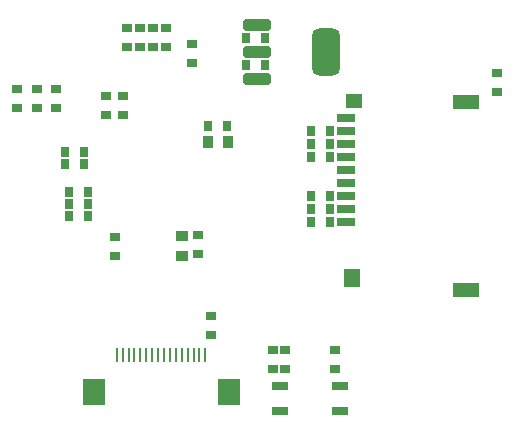
<source format=gbp>
%FSLAX25Y25*%
%MOIN*%
G70*
G01*
G75*
G04 Layer_Color=128*
%ADD10R,0.05200X0.06000*%
%ADD11R,0.10000X0.03600*%
%ADD12C,0.02800*%
%ADD13R,0.04000X0.02800*%
%ADD14R,0.05400X0.04000*%
%ADD15C,0.04000*%
%ADD16R,0.06000X0.09600*%
%ADD17R,0.09000X0.07000*%
%ADD18R,0.03400X0.02800*%
%ADD19O,0.06496X0.01181*%
%ADD20O,0.01181X0.06496*%
%ADD21R,0.02756X0.00394*%
%ADD22R,0.05512X0.03150*%
%ADD23R,0.01575X0.06400*%
%ADD24R,0.07000X0.04000*%
%ADD25C,0.02400*%
%ADD26C,0.01000*%
%ADD27C,0.00600*%
%ADD28C,0.01400*%
%ADD29C,0.02000*%
%ADD30C,0.01200*%
%ADD31C,0.01600*%
%ADD32C,0.03000*%
%ADD33R,0.05000X0.05000*%
%ADD34R,0.05000X0.05000*%
%ADD35C,0.13780*%
%ADD36C,0.02756*%
%ADD37O,0.04000X0.07000*%
%ADD38O,0.04000X0.05000*%
%ADD39C,0.02400*%
%ADD40C,0.00400*%
%ADD41R,0.07200X0.08600*%
%ADD42R,0.01000X0.05000*%
%ADD43R,0.05600X0.04800*%
%ADD44R,0.06200X0.02800*%
%ADD45R,0.08600X0.04800*%
%ADD46R,0.05600X0.06200*%
%ADD47R,0.03600X0.04400*%
%ADD48R,0.04400X0.03600*%
%ADD49R,0.02800X0.03400*%
G04:AMPARAMS|DCode=50|XSize=37.4mil|YSize=94.49mil|CornerRadius=9.35mil|HoleSize=0mil|Usage=FLASHONLY|Rotation=270.000|XOffset=0mil|YOffset=0mil|HoleType=Round|Shape=RoundedRectangle|*
%AMROUNDEDRECTD50*
21,1,0.03740,0.07579,0,0,270.0*
21,1,0.01870,0.09449,0,0,270.0*
1,1,0.01870,-0.03789,-0.00935*
1,1,0.01870,-0.03789,0.00935*
1,1,0.01870,0.03789,0.00935*
1,1,0.01870,0.03789,-0.00935*
%
%ADD50ROUNDEDRECTD50*%
G04:AMPARAMS|DCode=51|XSize=157.48mil|YSize=94.49mil|CornerRadius=23.62mil|HoleSize=0mil|Usage=FLASHONLY|Rotation=270.000|XOffset=0mil|YOffset=0mil|HoleType=Round|Shape=RoundedRectangle|*
%AMROUNDEDRECTD51*
21,1,0.15748,0.04724,0,0,270.0*
21,1,0.11024,0.09449,0,0,270.0*
1,1,0.04724,-0.02362,-0.05512*
1,1,0.04724,-0.02362,0.05512*
1,1,0.04724,0.02362,0.05512*
1,1,0.04724,0.02362,-0.05512*
%
%ADD51ROUNDEDRECTD51*%
%ADD52C,0.04500*%
%ADD53C,0.03800*%
%ADD54C,0.03000*%
%ADD55C,0.01900*%
%ADD56C,0.02362*%
%ADD57C,0.00800*%
%ADD58C,0.00787*%
%ADD59C,0.00022*%
%ADD60C,0.00500*%
%ADD61R,0.08500X0.02200*%
%ADD62R,0.03400X0.00600*%
%ADD63R,0.05400X0.06200*%
%ADD64R,0.10200X0.03800*%
%ADD65R,0.04200X0.03000*%
%ADD66R,0.05600X0.04200*%
%ADD67R,0.06200X0.09800*%
%ADD68R,0.03600X0.03000*%
%ADD69R,0.02956X0.00594*%
%ADD70R,0.05712X0.03350*%
%ADD71R,0.01775X0.06600*%
%ADD72R,0.07400X0.08800*%
%ADD73R,0.01200X0.05200*%
%ADD74R,0.05800X0.05000*%
%ADD75R,0.06400X0.03000*%
%ADD76R,0.08800X0.05000*%
%ADD77R,0.05800X0.06400*%
%ADD78R,0.03800X0.04600*%
%ADD79R,0.04600X0.03800*%
%ADD80R,0.03000X0.03600*%
D18*
X87178Y130898D02*
D03*
Y124498D02*
D03*
X78378Y130898D02*
D03*
Y124498D02*
D03*
X82778Y130898D02*
D03*
Y124498D02*
D03*
X73978D02*
D03*
Y130898D02*
D03*
X50278Y110598D02*
D03*
Y104198D02*
D03*
X43878Y110598D02*
D03*
Y104198D02*
D03*
X37478Y110598D02*
D03*
Y104198D02*
D03*
X143478Y17098D02*
D03*
Y23498D02*
D03*
X101878Y28598D02*
D03*
Y34998D02*
D03*
X122778Y17098D02*
D03*
Y23498D02*
D03*
X72578Y101798D02*
D03*
Y108198D02*
D03*
X197378Y115998D02*
D03*
Y109598D02*
D03*
X67178Y108198D02*
D03*
Y101798D02*
D03*
X126778Y23498D02*
D03*
Y17098D02*
D03*
X69978Y54898D02*
D03*
Y61298D02*
D03*
X97578Y55398D02*
D03*
Y61798D02*
D03*
X95678Y125598D02*
D03*
Y119198D02*
D03*
D21*
X125778Y798D02*
D03*
D22*
X144878Y3188D02*
D03*
X124878D02*
D03*
X144878Y11607D02*
D03*
X124878D02*
D03*
D41*
X107878Y9498D02*
D03*
X62878D02*
D03*
D42*
X70614Y21898D02*
D03*
X72583D02*
D03*
X74551D02*
D03*
X76520D02*
D03*
X78488D02*
D03*
X80457D02*
D03*
X82425D02*
D03*
X84394D02*
D03*
X86362D02*
D03*
X88331D02*
D03*
X90299D02*
D03*
X92268D02*
D03*
X94236D02*
D03*
X96205D02*
D03*
X98173D02*
D03*
X100142D02*
D03*
D43*
X149778Y106398D02*
D03*
D44*
X146978Y100843D02*
D03*
Y96513D02*
D03*
Y92182D02*
D03*
Y87851D02*
D03*
Y83521D02*
D03*
Y79190D02*
D03*
Y74859D02*
D03*
Y70528D02*
D03*
Y66198D02*
D03*
D45*
X187178Y106198D02*
D03*
Y43598D02*
D03*
D46*
X148978Y47598D02*
D03*
D47*
X101178Y92798D02*
D03*
X107778D02*
D03*
D48*
X92278Y61498D02*
D03*
Y54898D02*
D03*
D49*
X135378Y96498D02*
D03*
X141778D02*
D03*
X135378Y92098D02*
D03*
X141778D02*
D03*
X135378Y74798D02*
D03*
X141778D02*
D03*
X135378Y70498D02*
D03*
X141778D02*
D03*
X135378Y66198D02*
D03*
X141778D02*
D03*
X60978Y68297D02*
D03*
X54578D02*
D03*
X135378Y87798D02*
D03*
X141778D02*
D03*
X107278Y98097D02*
D03*
X100878D02*
D03*
X53278Y85498D02*
D03*
X59678D02*
D03*
X53278Y89498D02*
D03*
X59678D02*
D03*
X60978Y76297D02*
D03*
X54578D02*
D03*
X60978Y72298D02*
D03*
X54578D02*
D03*
X113778Y118398D02*
D03*
X120178D02*
D03*
X113778Y127398D02*
D03*
X120178D02*
D03*
D50*
X117361Y113882D02*
D03*
X117361Y122898D02*
D03*
X117361Y131913D02*
D03*
D51*
X140195Y122898D02*
D03*
M02*

</source>
